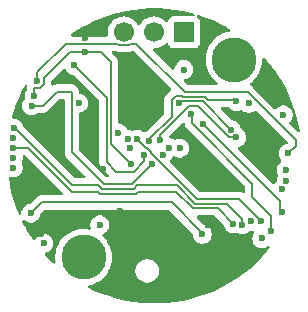
<source format=gbr>
%TF.GenerationSoftware,KiCad,Pcbnew,9.0.4*%
%TF.CreationDate,2025-10-05T00:11:34-04:00*%
%TF.ProjectId,bldc motor controller,626c6463-206d-46f7-946f-7220636f6e74,rev?*%
%TF.SameCoordinates,Original*%
%TF.FileFunction,Copper,L2,Inr*%
%TF.FilePolarity,Positive*%
%FSLAX46Y46*%
G04 Gerber Fmt 4.6, Leading zero omitted, Abs format (unit mm)*
G04 Created by KiCad (PCBNEW 9.0.4) date 2025-10-05 00:11:34*
%MOMM*%
%LPD*%
G01*
G04 APERTURE LIST*
%TA.AperFunction,ComponentPad*%
%ADD10C,1.700000*%
%TD*%
%TA.AperFunction,ComponentPad*%
%ADD11R,1.700000X1.700000*%
%TD*%
%TA.AperFunction,ComponentPad*%
%ADD12C,3.800000*%
%TD*%
%TA.AperFunction,ViaPad*%
%ADD13C,0.600000*%
%TD*%
%TA.AperFunction,Conductor*%
%ADD14C,0.200000*%
%TD*%
G04 APERTURE END LIST*
D10*
%TO.N,PHASE-C*%
%TO.C,U8*%
X139910000Y-77550000D03*
%TO.N,PHASE-B*%
X142450000Y-77550000D03*
D11*
%TO.N,PHASE-A*%
X144990000Y-77550000D03*
%TD*%
D12*
%TO.N,N/C*%
%TO.C,REF\u002A\u002A*%
X149250000Y-79850000D03*
%TD*%
%TO.N,N/C*%
%TO.C,REF\u002A\u002A*%
X136500000Y-96600000D03*
%TD*%
D13*
%TO.N,TI_AGND*%
X147052917Y-93897083D03*
X139550000Y-92650000D03*
%TO.N,SOB*%
X137874000Y-93851000D03*
%TO.N,TIM1_CH3N*%
X153412018Y-84537980D03*
%TO.N,TI_VREF*%
X145000062Y-80700062D03*
%TO.N,I-LIMIT*%
X135726910Y-80350000D03*
%TO.N,SCL1*%
X144550000Y-83500000D03*
%TO.N,TI_FAULT*%
X153818419Y-87800000D03*
%TO.N,CAN_RX*%
X144634828Y-87343799D03*
%TO.N,CAN_TX*%
X143770762Y-87328263D03*
%TO.N,SCL1*%
X149010487Y-85781545D03*
%TO.N,TIM1_CH1N*%
X149952231Y-93817943D03*
%TO.N,SOC*%
X150705514Y-93540000D03*
%TO.N,MOSI1*%
X149450000Y-86450000D03*
%TO.N,UART_TX*%
X153300000Y-92800000D03*
%TO.N,SOA*%
X153678553Y-90127028D03*
%TO.N,TI_VREF*%
X146552917Y-94650000D03*
%TO.N,SCK1*%
X151505374Y-93525002D03*
%TO.N,TI_AGND*%
X152150000Y-82850000D03*
%TO.N,UART_TX*%
X146634998Y-85334785D03*
%TO.N,UART_RX*%
X145640287Y-84443115D03*
X152373265Y-94355583D03*
%TO.N,NSS1*%
X151600000Y-95000000D03*
%TO.N,Reset*%
X153649369Y-89199928D03*
%TO.N,SOB*%
X153328641Y-90846446D03*
%TO.N,TIM1_CH2N*%
X149155514Y-93745514D03*
%TO.N,TI_AGND*%
X148715544Y-96357772D03*
X143037103Y-83361483D03*
%TO.N,+BATT*%
X136100000Y-83536217D03*
%TO.N,SOC*%
X133150000Y-95400000D03*
%TO.N,+BATT*%
X139450000Y-86089416D03*
%TO.N,I-LIMIT*%
X141624555Y-87926974D03*
%TO.N,TI_AVDD*%
X140550001Y-88702000D03*
%TO.N,TIM1_CH2*%
X140469778Y-87369221D03*
%TO.N,TI_VREF*%
X132049000Y-92850000D03*
%TO.N,TI_AGND*%
X132900000Y-94600000D03*
%TO.N,TIM1_CH3*%
X143200000Y-87900000D03*
%TO.N,TI_AVDD*%
X132325680Y-82924320D03*
%TO.N,TIM1_CH1*%
X142301000Y-88700000D03*
X132100000Y-83749750D03*
%TO.N,TI_AGND*%
X138156663Y-89114877D03*
%TO.N,TIM1_CH3N*%
X130549750Y-89000000D03*
%TO.N,TIM1_CH1N*%
X130599750Y-85650000D03*
%TO.N,TIM1_CH3*%
X130549750Y-88200000D03*
%TO.N,TIM1_CH2*%
X130549750Y-86500000D03*
%TO.N,SCK1*%
X141050000Y-86600000D03*
%TO.N,MISO1*%
X142050000Y-86725974D03*
%TO.N,MOSI1*%
X143000000Y-86700000D03*
%TO.N,TI_FAULT*%
X132560290Y-81654050D03*
%TO.N,TIM1_CH2N*%
X130549750Y-87350000D03*
%TO.N,NSS1*%
X140249997Y-86600000D03*
%TO.N,BOOT0*%
X150500000Y-83550000D03*
%TO.N,MISO1*%
X149450000Y-83400000D03*
%TO.N,TI_AGND*%
X136600000Y-78000000D03*
%TO.N,TI_AVDD*%
X136600000Y-79249000D03*
%TD*%
D14*
%TO.N,TI_FAULT*%
X154450000Y-87168419D02*
X154450000Y-86650057D01*
X153818419Y-87800000D02*
X154450000Y-87168419D01*
X154450000Y-86650057D02*
X150395744Y-82595801D01*
X150395744Y-82595801D02*
X145062844Y-82595801D01*
X145062844Y-82595801D02*
X140967043Y-78500000D01*
X140967043Y-78500000D02*
X140446339Y-78500000D01*
X140446339Y-78500000D02*
X140345339Y-78601000D01*
X139373661Y-78500000D02*
X135000000Y-78500000D01*
X132560290Y-80939710D02*
X132560290Y-81654050D01*
X140345339Y-78601000D02*
X139474661Y-78601000D01*
X135000000Y-78500000D02*
X132560290Y-80939710D01*
X139474661Y-78601000D02*
X139373661Y-78500000D01*
%TO.N,UART_TX*%
X153123707Y-92623707D02*
X153123707Y-91823494D01*
X153123707Y-91823494D02*
X146634998Y-85334785D01*
X153300000Y-92800000D02*
X153123707Y-92623707D01*
%TO.N,TI_AVDD*%
X132325680Y-82924320D02*
X132325680Y-82274320D01*
X132325680Y-82274320D02*
X132344950Y-82255050D01*
X138850000Y-80100000D02*
X138850000Y-87001999D01*
X132344950Y-82255050D02*
X132809233Y-82255050D01*
X132809233Y-82255050D02*
X133161290Y-81902993D01*
X133161290Y-81902993D02*
X133161290Y-81438710D01*
X133161290Y-81438710D02*
X135350000Y-79250000D01*
X135350000Y-79250000D02*
X138000000Y-79250000D01*
X138850000Y-87001999D02*
X140550001Y-88702000D01*
X138000000Y-79250000D02*
X138850000Y-80100000D01*
%TO.N,TI_VREF*%
X146552917Y-94650000D02*
X146552917Y-94552917D01*
X146552917Y-94552917D02*
X143950000Y-91950000D01*
X143950000Y-91950000D02*
X132949000Y-91950000D01*
X132949000Y-91950000D02*
X132049000Y-92850000D01*
%TO.N,UART_RX*%
X152373265Y-93095049D02*
X152373265Y-94355583D01*
X145640287Y-84443115D02*
X145675317Y-84478145D01*
X145675317Y-84478145D02*
X145675317Y-85225047D01*
X145675317Y-85225047D02*
X150806374Y-90356104D01*
X150806374Y-90356104D02*
X150806374Y-91528158D01*
X150806374Y-91528158D02*
X152373265Y-93095049D01*
%TO.N,TIM1_CH2N*%
X149155514Y-93745514D02*
X147862000Y-92452000D01*
X147862000Y-92452000D02*
X145768743Y-92452000D01*
X144366743Y-91050000D02*
X141085200Y-91050000D01*
X137715800Y-91050000D02*
X135509943Y-91050000D01*
X145768743Y-92452000D02*
X144366743Y-91050000D01*
X141085200Y-91050000D02*
X140933200Y-91202000D01*
X140933200Y-91202000D02*
X137867800Y-91202000D01*
X137867800Y-91202000D02*
X137715800Y-91050000D01*
X135509943Y-91050000D02*
X131809943Y-87350000D01*
X131809943Y-87350000D02*
X130549750Y-87350000D01*
%TO.N,TIM1_CH1N*%
X145934843Y-92051000D02*
X144383843Y-90500000D01*
X149952231Y-93352231D02*
X148651000Y-92051000D01*
X144383843Y-90500000D02*
X141068100Y-90500000D01*
X148651000Y-92051000D02*
X145934843Y-92051000D01*
X149952231Y-93817943D02*
X149952231Y-93352231D01*
X141068100Y-90500000D02*
X140767100Y-90801000D01*
X130677043Y-85650000D02*
X130599750Y-85650000D01*
X140767100Y-90801000D02*
X138033900Y-90801000D01*
X138033900Y-90801000D02*
X137732900Y-90500000D01*
X137732900Y-90500000D02*
X135527043Y-90500000D01*
X135527043Y-90500000D02*
X130677043Y-85650000D01*
%TO.N,I-LIMIT*%
X141624555Y-87926974D02*
X141624555Y-88477389D01*
X141624555Y-88477389D02*
X140738124Y-89363820D01*
X140738124Y-89363820D02*
X139255549Y-89363820D01*
X139255549Y-89363820D02*
X138449000Y-88557271D01*
X138449000Y-88557271D02*
X138449000Y-83072090D01*
X138449000Y-83072090D02*
X135726910Y-80350000D01*
%TO.N,TIM1_CH1*%
X132100000Y-83749750D02*
X133050250Y-83749750D01*
X133050250Y-83749750D02*
X134238834Y-82561166D01*
X135500000Y-82561166D02*
X135500000Y-87700000D01*
X134238834Y-82561166D02*
X135500000Y-82561166D01*
X135500000Y-87700000D02*
X138200000Y-90400000D01*
X138200000Y-90400000D02*
X140601000Y-90400000D01*
X140601000Y-90400000D02*
X142301000Y-88700000D01*
%TO.N,SCK1*%
X141873498Y-87325974D02*
X142250000Y-87702476D01*
X142250000Y-87702476D02*
X142250000Y-87799057D01*
X146100943Y-91650000D02*
X149665457Y-91650000D01*
X151505374Y-93489917D02*
X151505374Y-93525002D01*
X141775974Y-87325974D02*
X141873498Y-87325974D01*
X142250000Y-87799057D02*
X146100943Y-91650000D01*
X141050000Y-86600000D02*
X141775974Y-87325974D01*
X149665457Y-91650000D02*
X151505374Y-93489917D01*
%TO.N,MISO1*%
X149450000Y-83400000D02*
X149300000Y-83250000D01*
X144301057Y-82899000D02*
X143949000Y-83251057D01*
X144896744Y-82996801D02*
X144798943Y-82899000D01*
X149300000Y-83250000D02*
X147046042Y-83250000D01*
X144798943Y-82899000D02*
X144301057Y-82899000D01*
X147046042Y-83250000D02*
X146792843Y-82996801D01*
X146792843Y-82996801D02*
X144896744Y-82996801D01*
X143949000Y-84701000D02*
X142050000Y-86600000D01*
X143949000Y-83251057D02*
X143949000Y-84701000D01*
X142050000Y-86600000D02*
X142050000Y-86725974D01*
%TO.N,MOSI1*%
X149450000Y-86450000D02*
X148828999Y-86450000D01*
X143000000Y-86225175D02*
X143000000Y-86700000D01*
X148828999Y-86450000D02*
X146177800Y-83798801D01*
X146177800Y-83798801D02*
X145426374Y-83798801D01*
X145426374Y-83798801D02*
X143000000Y-86225175D01*
%TO.N,SCL1*%
X144550000Y-83500000D02*
X144652199Y-83397801D01*
X144652199Y-83397801D02*
X146626743Y-83397801D01*
X146626743Y-83397801D02*
X149010487Y-85781545D01*
%TD*%
%TA.AperFunction,Conductor*%
%TO.N,TI_AGND*%
G36*
X143716942Y-92570185D02*
G01*
X143737584Y-92586819D01*
X145716098Y-94565333D01*
X145749583Y-94626656D01*
X145752417Y-94653014D01*
X145752417Y-94728846D01*
X145783178Y-94883489D01*
X145783181Y-94883501D01*
X145843519Y-95029172D01*
X145843526Y-95029185D01*
X145931127Y-95160288D01*
X145931130Y-95160292D01*
X146042624Y-95271786D01*
X146042628Y-95271789D01*
X146173731Y-95359390D01*
X146173744Y-95359397D01*
X146319415Y-95419735D01*
X146319420Y-95419737D01*
X146406232Y-95437005D01*
X146474070Y-95450499D01*
X146474073Y-95450500D01*
X146474075Y-95450500D01*
X146631761Y-95450500D01*
X146631762Y-95450499D01*
X146786414Y-95419737D01*
X146932096Y-95359394D01*
X147063206Y-95271789D01*
X147174706Y-95160289D01*
X147262311Y-95029179D01*
X147265771Y-95020827D01*
X147320080Y-94889711D01*
X147322654Y-94883497D01*
X147353417Y-94728842D01*
X147353417Y-94571158D01*
X147353417Y-94571155D01*
X147353416Y-94571153D01*
X147351275Y-94560390D01*
X147322654Y-94416503D01*
X147302274Y-94367300D01*
X147262314Y-94270827D01*
X147262307Y-94270814D01*
X147174706Y-94139711D01*
X147174703Y-94139707D01*
X147063209Y-94028213D01*
X147063205Y-94028210D01*
X146932102Y-93940609D01*
X146932089Y-93940602D01*
X146786416Y-93880263D01*
X146786408Y-93880261D01*
X146752257Y-93873468D01*
X146690346Y-93841083D01*
X146688768Y-93839532D01*
X146113417Y-93264181D01*
X146079932Y-93202858D01*
X146084916Y-93133166D01*
X146126788Y-93077233D01*
X146192252Y-93052816D01*
X146201098Y-93052500D01*
X147561903Y-93052500D01*
X147628942Y-93072185D01*
X147649584Y-93088819D01*
X148320939Y-93760174D01*
X148354424Y-93821497D01*
X148354875Y-93823663D01*
X148385775Y-93979005D01*
X148385778Y-93979015D01*
X148446116Y-94124686D01*
X148446123Y-94124699D01*
X148533724Y-94255802D01*
X148533727Y-94255806D01*
X148645221Y-94367300D01*
X148645225Y-94367303D01*
X148776328Y-94454904D01*
X148776341Y-94454911D01*
X148920293Y-94514537D01*
X148922017Y-94515251D01*
X149076667Y-94546013D01*
X149076670Y-94546014D01*
X149076672Y-94546014D01*
X149234358Y-94546014D01*
X149234359Y-94546013D01*
X149389011Y-94515251D01*
X149430221Y-94498180D01*
X149499688Y-94490711D01*
X149546566Y-94509640D01*
X149573043Y-94527332D01*
X149573058Y-94527340D01*
X149678846Y-94571158D01*
X149718734Y-94587680D01*
X149810518Y-94605937D01*
X149873384Y-94618442D01*
X149873387Y-94618443D01*
X149873389Y-94618443D01*
X150031075Y-94618443D01*
X150031076Y-94618442D01*
X150185728Y-94587680D01*
X150331410Y-94527337D01*
X150462520Y-94439732D01*
X150526104Y-94376147D01*
X150587424Y-94342664D01*
X150608278Y-94339952D01*
X150621061Y-94339383D01*
X150626672Y-94340500D01*
X150784356Y-94340500D01*
X150838556Y-94329718D01*
X150847982Y-94329300D01*
X150873113Y-94335481D01*
X150898886Y-94337788D01*
X150906484Y-94343690D01*
X150915829Y-94345989D01*
X150933626Y-94364774D01*
X150954064Y-94380650D01*
X150957265Y-94389725D01*
X150963883Y-94396710D01*
X150968698Y-94422130D01*
X150977309Y-94446540D01*
X150975096Y-94455904D01*
X150976887Y-94465359D01*
X150967193Y-94489349D01*
X150961242Y-94514537D01*
X150956589Y-94522069D01*
X150890609Y-94620814D01*
X150890602Y-94620827D01*
X150830264Y-94766498D01*
X150830261Y-94766510D01*
X150799500Y-94921153D01*
X150799500Y-95078846D01*
X150830261Y-95233489D01*
X150830264Y-95233501D01*
X150890602Y-95379172D01*
X150890609Y-95379185D01*
X150978210Y-95510288D01*
X150978213Y-95510292D01*
X151089707Y-95621786D01*
X151089711Y-95621789D01*
X151220814Y-95709390D01*
X151220827Y-95709397D01*
X151354263Y-95764667D01*
X151366503Y-95769737D01*
X151521153Y-95800499D01*
X151521156Y-95800500D01*
X151521158Y-95800500D01*
X151678844Y-95800500D01*
X151678845Y-95800499D01*
X151833497Y-95769737D01*
X151979179Y-95709394D01*
X152073887Y-95646112D01*
X152140562Y-95625235D01*
X152207942Y-95643719D01*
X152254633Y-95695698D01*
X152265809Y-95764667D01*
X152239723Y-95826528D01*
X152052256Y-96061604D01*
X152047769Y-96066918D01*
X151585201Y-96584532D01*
X151580422Y-96589586D01*
X151089586Y-97080422D01*
X151084532Y-97085201D01*
X150566918Y-97547769D01*
X150561604Y-97552256D01*
X150018885Y-97985061D01*
X150013327Y-97989244D01*
X149447186Y-98390941D01*
X149441403Y-98394805D01*
X148853633Y-98764125D01*
X148847642Y-98767659D01*
X148240086Y-99103444D01*
X148233907Y-99106636D01*
X147608483Y-99407824D01*
X147602134Y-99410665D01*
X146960814Y-99676309D01*
X146954316Y-99678790D01*
X146299087Y-99908065D01*
X146292460Y-99910177D01*
X145625418Y-100102348D01*
X145618683Y-100104085D01*
X144941923Y-100258551D01*
X144935101Y-100259908D01*
X144250733Y-100376187D01*
X144243845Y-100377159D01*
X143554052Y-100454879D01*
X143547122Y-100455464D01*
X142854036Y-100494388D01*
X142847083Y-100494583D01*
X142152917Y-100494583D01*
X142145964Y-100494388D01*
X141452877Y-100455464D01*
X141445947Y-100454879D01*
X140756154Y-100377159D01*
X140749266Y-100376187D01*
X140064898Y-100259908D01*
X140058076Y-100258551D01*
X139381316Y-100104085D01*
X139374581Y-100102348D01*
X138707539Y-99910177D01*
X138700912Y-99908065D01*
X138045683Y-99678790D01*
X138039185Y-99676309D01*
X137397865Y-99410665D01*
X137391517Y-99407824D01*
X136937252Y-99189062D01*
X136885392Y-99142240D01*
X136867079Y-99074813D01*
X136888127Y-99008189D01*
X136941853Y-98963520D01*
X136963458Y-98956451D01*
X137165591Y-98910316D01*
X137420079Y-98821267D01*
X137662997Y-98704284D01*
X137891289Y-98560838D01*
X138102085Y-98392734D01*
X138292734Y-98202085D01*
X138460838Y-97991289D01*
X138550532Y-97848543D01*
X140899499Y-97848543D01*
X140937947Y-98041829D01*
X140937950Y-98041839D01*
X141013364Y-98223907D01*
X141013371Y-98223920D01*
X141122860Y-98387781D01*
X141122863Y-98387785D01*
X141262214Y-98527136D01*
X141262218Y-98527139D01*
X141426079Y-98636628D01*
X141426092Y-98636635D01*
X141589416Y-98704285D01*
X141608165Y-98712051D01*
X141608169Y-98712051D01*
X141608170Y-98712052D01*
X141801456Y-98750500D01*
X141801459Y-98750500D01*
X141998543Y-98750500D01*
X142128582Y-98724632D01*
X142191835Y-98712051D01*
X142373914Y-98636632D01*
X142537782Y-98527139D01*
X142677139Y-98387782D01*
X142786632Y-98223914D01*
X142862051Y-98041835D01*
X142900500Y-97848541D01*
X142900500Y-97651459D01*
X142900500Y-97651456D01*
X142862052Y-97458170D01*
X142862051Y-97458169D01*
X142862051Y-97458165D01*
X142795012Y-97296317D01*
X142786635Y-97276092D01*
X142786628Y-97276079D01*
X142677139Y-97112218D01*
X142677136Y-97112214D01*
X142537785Y-96972863D01*
X142537781Y-96972860D01*
X142373920Y-96863371D01*
X142373907Y-96863364D01*
X142191839Y-96787950D01*
X142191829Y-96787947D01*
X141998543Y-96749500D01*
X141998541Y-96749500D01*
X141801459Y-96749500D01*
X141801457Y-96749500D01*
X141608170Y-96787947D01*
X141608160Y-96787950D01*
X141426092Y-96863364D01*
X141426079Y-96863371D01*
X141262218Y-96972860D01*
X141262214Y-96972863D01*
X141122863Y-97112214D01*
X141122860Y-97112218D01*
X141013371Y-97276079D01*
X141013364Y-97276092D01*
X140937950Y-97458160D01*
X140937947Y-97458170D01*
X140899500Y-97651456D01*
X140899500Y-97651459D01*
X140899500Y-97848541D01*
X140899500Y-97848543D01*
X140899499Y-97848543D01*
X138550532Y-97848543D01*
X138604284Y-97762997D01*
X138721267Y-97520079D01*
X138810316Y-97265591D01*
X138870312Y-97002732D01*
X138900500Y-96734809D01*
X138900500Y-96465191D01*
X138870312Y-96197268D01*
X138810316Y-95934409D01*
X138721267Y-95679921D01*
X138604284Y-95437003D01*
X138460838Y-95208711D01*
X138292734Y-94997915D01*
X138102998Y-94808179D01*
X138069513Y-94746856D01*
X138074497Y-94677164D01*
X138116369Y-94621231D01*
X138143225Y-94605937D01*
X138187309Y-94587678D01*
X138253173Y-94560397D01*
X138253176Y-94560395D01*
X138253179Y-94560394D01*
X138384289Y-94472789D01*
X138495789Y-94361289D01*
X138583394Y-94230179D01*
X138643737Y-94084497D01*
X138674500Y-93929842D01*
X138674500Y-93772158D01*
X138674500Y-93772155D01*
X138674499Y-93772153D01*
X138660173Y-93700134D01*
X138643737Y-93617503D01*
X138636694Y-93600500D01*
X138583397Y-93471827D01*
X138583390Y-93471814D01*
X138495789Y-93340711D01*
X138495786Y-93340707D01*
X138384292Y-93229213D01*
X138384288Y-93229210D01*
X138253185Y-93141609D01*
X138253172Y-93141602D01*
X138107501Y-93081264D01*
X138107489Y-93081261D01*
X137952845Y-93050500D01*
X137952842Y-93050500D01*
X137795158Y-93050500D01*
X137795155Y-93050500D01*
X137640510Y-93081261D01*
X137640498Y-93081264D01*
X137494827Y-93141602D01*
X137494814Y-93141609D01*
X137363711Y-93229210D01*
X137363707Y-93229213D01*
X137252213Y-93340707D01*
X137252210Y-93340711D01*
X137164609Y-93471814D01*
X137164602Y-93471827D01*
X137104264Y-93617498D01*
X137104261Y-93617510D01*
X137073500Y-93772153D01*
X137073500Y-93929846D01*
X137104262Y-94084498D01*
X137104565Y-94085495D01*
X137104569Y-94086042D01*
X137105451Y-94090472D01*
X137104610Y-94090639D01*
X137105184Y-94155362D01*
X137067931Y-94214472D01*
X137004635Y-94244059D01*
X136958310Y-94242373D01*
X136902735Y-94229688D01*
X136902719Y-94229686D01*
X136634813Y-94199500D01*
X136634809Y-94199500D01*
X136365191Y-94199500D01*
X136365186Y-94199500D01*
X136097280Y-94229686D01*
X136097268Y-94229688D01*
X135834405Y-94289684D01*
X135834397Y-94289687D01*
X135579917Y-94378734D01*
X135337005Y-94495714D01*
X135108712Y-94639161D01*
X134897915Y-94807265D01*
X134707265Y-94997915D01*
X134539161Y-95208712D01*
X134395714Y-95437005D01*
X134278734Y-95679917D01*
X134189687Y-95934397D01*
X134189684Y-95934405D01*
X134129688Y-96197268D01*
X134129686Y-96197280D01*
X134099500Y-96465186D01*
X134099500Y-96734815D01*
X134127633Y-96984505D01*
X134123232Y-97009628D01*
X134122842Y-97035139D01*
X134117304Y-97043473D01*
X134115578Y-97053327D01*
X134098292Y-97072084D01*
X134084173Y-97093332D01*
X134075009Y-97097348D01*
X134068229Y-97104706D01*
X134043541Y-97111141D01*
X134020180Y-97121381D01*
X134010301Y-97119806D01*
X134000619Y-97122330D01*
X133976372Y-97114397D01*
X133951182Y-97110381D01*
X133938652Y-97102055D01*
X133934213Y-97100603D01*
X133921786Y-97090848D01*
X133915467Y-97085201D01*
X133910413Y-97080422D01*
X133419577Y-96589586D01*
X133414798Y-96584532D01*
X133240009Y-96388943D01*
X133210015Y-96325839D01*
X133218900Y-96256536D01*
X133263841Y-96203038D01*
X133308274Y-96184699D01*
X133383497Y-96169737D01*
X133529179Y-96109394D01*
X133660289Y-96021789D01*
X133771789Y-95910289D01*
X133859394Y-95779179D01*
X133919737Y-95633497D01*
X133950500Y-95478842D01*
X133950500Y-95321158D01*
X133950500Y-95321155D01*
X133950499Y-95321153D01*
X133928133Y-95208712D01*
X133919737Y-95166503D01*
X133897148Y-95111968D01*
X133859397Y-95020827D01*
X133859390Y-95020814D01*
X133771789Y-94889711D01*
X133771786Y-94889707D01*
X133660292Y-94778213D01*
X133660288Y-94778210D01*
X133529185Y-94690609D01*
X133529172Y-94690602D01*
X133383501Y-94630264D01*
X133383489Y-94630261D01*
X133228845Y-94599500D01*
X133228842Y-94599500D01*
X133071158Y-94599500D01*
X133071155Y-94599500D01*
X132916510Y-94630261D01*
X132916498Y-94630264D01*
X132770827Y-94690602D01*
X132770814Y-94690609D01*
X132639711Y-94778210D01*
X132639707Y-94778213D01*
X132528213Y-94889707D01*
X132528210Y-94889711D01*
X132440609Y-95020814D01*
X132440604Y-95020824D01*
X132423515Y-95062081D01*
X132418234Y-95068634D01*
X132416236Y-95076810D01*
X132396636Y-95095434D01*
X132379673Y-95116485D01*
X132371687Y-95119142D01*
X132365587Y-95124940D01*
X132339032Y-95130011D01*
X132313379Y-95138549D01*
X132305223Y-95136467D01*
X132296957Y-95138046D01*
X132271875Y-95127955D01*
X132245680Y-95121269D01*
X132238260Y-95114431D01*
X132232137Y-95111968D01*
X132207825Y-95086383D01*
X132109059Y-94947186D01*
X132105194Y-94941403D01*
X131735874Y-94353633D01*
X131732340Y-94347642D01*
X131507379Y-93940606D01*
X131396551Y-93740078D01*
X131393363Y-93733906D01*
X131331515Y-93605477D01*
X131320163Y-93536536D01*
X131347885Y-93472402D01*
X131405881Y-93433436D01*
X131475736Y-93432011D01*
X131530916Y-93463995D01*
X131538707Y-93471786D01*
X131538711Y-93471789D01*
X131669814Y-93559390D01*
X131669827Y-93559397D01*
X131815498Y-93619735D01*
X131815503Y-93619737D01*
X131970153Y-93650499D01*
X131970156Y-93650500D01*
X131970158Y-93650500D01*
X132127844Y-93650500D01*
X132127845Y-93650499D01*
X132282497Y-93619737D01*
X132428179Y-93559394D01*
X132559289Y-93471789D01*
X132670789Y-93360289D01*
X132758394Y-93229179D01*
X132818737Y-93083497D01*
X132849500Y-92928842D01*
X132849638Y-92928150D01*
X132882023Y-92866239D01*
X132883518Y-92864716D01*
X133161416Y-92586819D01*
X133222739Y-92553334D01*
X133249097Y-92550500D01*
X143649903Y-92550500D01*
X143716942Y-92570185D01*
G37*
%TD.AperFunction*%
%TA.AperFunction,Conductor*%
G36*
X131576885Y-87970185D02*
G01*
X131597527Y-87986819D01*
X134748527Y-91137819D01*
X134782012Y-91199142D01*
X134777028Y-91268834D01*
X134735156Y-91324767D01*
X134669692Y-91349184D01*
X134660846Y-91349500D01*
X132869942Y-91349500D01*
X132717214Y-91390423D01*
X132698030Y-91401500D01*
X132698027Y-91401501D01*
X132580290Y-91469475D01*
X132580282Y-91469481D01*
X132034339Y-92015425D01*
X131973016Y-92048910D01*
X131970850Y-92049361D01*
X131815508Y-92080261D01*
X131815498Y-92080264D01*
X131669827Y-92140602D01*
X131669814Y-92140609D01*
X131538711Y-92228210D01*
X131538707Y-92228213D01*
X131427213Y-92339707D01*
X131427210Y-92339711D01*
X131339609Y-92470814D01*
X131339602Y-92470827D01*
X131279264Y-92616498D01*
X131279261Y-92616510D01*
X131248500Y-92771153D01*
X131248500Y-92863004D01*
X131228815Y-92930043D01*
X131176011Y-92975798D01*
X131106853Y-92985742D01*
X131043297Y-92956717D01*
X131009939Y-92910457D01*
X130823690Y-92460814D01*
X130821209Y-92454316D01*
X130800718Y-92395755D01*
X130591926Y-91799063D01*
X130589829Y-91792484D01*
X130397647Y-91125405D01*
X130395914Y-91118683D01*
X130391764Y-91100502D01*
X130241446Y-90441916D01*
X130240091Y-90435101D01*
X130233560Y-90396665D01*
X130150299Y-89906620D01*
X130158476Y-89837230D01*
X130202870Y-89783277D01*
X130269385Y-89761889D01*
X130309980Y-89769436D01*
X130310426Y-89767969D01*
X130316242Y-89769732D01*
X130316253Y-89769737D01*
X130440629Y-89794477D01*
X130470903Y-89800499D01*
X130470906Y-89800500D01*
X130470908Y-89800500D01*
X130628594Y-89800500D01*
X130628595Y-89800499D01*
X130783247Y-89769737D01*
X130928929Y-89709394D01*
X131060039Y-89621789D01*
X131171539Y-89510289D01*
X131259144Y-89379179D01*
X131319487Y-89233497D01*
X131350250Y-89078842D01*
X131350250Y-88921158D01*
X131350250Y-88921155D01*
X131350249Y-88921153D01*
X131319488Y-88766510D01*
X131319487Y-88766503D01*
X131287649Y-88689639D01*
X131270175Y-88647452D01*
X131262706Y-88577983D01*
X131270175Y-88552548D01*
X131300966Y-88478210D01*
X131319487Y-88433497D01*
X131350250Y-88278842D01*
X131350250Y-88121158D01*
X131348734Y-88113536D01*
X131345781Y-88098690D01*
X131347659Y-88077705D01*
X131344661Y-88056853D01*
X131350711Y-88043603D01*
X131352010Y-88029099D01*
X131364933Y-88012463D01*
X131373686Y-87993297D01*
X131385939Y-87985422D01*
X131394873Y-87973922D01*
X131414739Y-87966913D01*
X131432464Y-87955523D01*
X131457049Y-87951988D01*
X131460763Y-87950678D01*
X131467399Y-87950500D01*
X131509846Y-87950500D01*
X131576885Y-87970185D01*
G37*
%TD.AperFunction*%
%TA.AperFunction,Conductor*%
G36*
X148789021Y-83870185D02*
G01*
X148825086Y-83905612D01*
X148828211Y-83910290D01*
X148939707Y-84021786D01*
X148939711Y-84021789D01*
X149070814Y-84109390D01*
X149070827Y-84109397D01*
X149216498Y-84169735D01*
X149216503Y-84169737D01*
X149362627Y-84198803D01*
X149371153Y-84200499D01*
X149371156Y-84200500D01*
X149371158Y-84200500D01*
X149528844Y-84200500D01*
X149528845Y-84200499D01*
X149683497Y-84169737D01*
X149822026Y-84112356D01*
X149891494Y-84104888D01*
X149953973Y-84136163D01*
X149957158Y-84139237D01*
X149989707Y-84171786D01*
X149989711Y-84171789D01*
X150120814Y-84259390D01*
X150120827Y-84259397D01*
X150243003Y-84310003D01*
X150266503Y-84319737D01*
X150419901Y-84350250D01*
X150421153Y-84350499D01*
X150421156Y-84350500D01*
X150421158Y-84350500D01*
X150578844Y-84350500D01*
X150578845Y-84350499D01*
X150733497Y-84319737D01*
X150879179Y-84259394D01*
X150961793Y-84204193D01*
X150992939Y-84183382D01*
X151059616Y-84162504D01*
X151126996Y-84180988D01*
X151149511Y-84198803D01*
X153751222Y-86800514D01*
X153784707Y-86861837D01*
X153779723Y-86931529D01*
X153737851Y-86987462D01*
X153687733Y-87009812D01*
X153584927Y-87030261D01*
X153584917Y-87030264D01*
X153439246Y-87090602D01*
X153439233Y-87090609D01*
X153308130Y-87178210D01*
X153308126Y-87178213D01*
X153196632Y-87289707D01*
X153196629Y-87289711D01*
X153109028Y-87420814D01*
X153109021Y-87420827D01*
X153048683Y-87566498D01*
X153048680Y-87566510D01*
X153017919Y-87721153D01*
X153017919Y-87878846D01*
X153048680Y-88033489D01*
X153048683Y-88033501D01*
X153109021Y-88179172D01*
X153109028Y-88179185D01*
X153196629Y-88310288D01*
X153196632Y-88310292D01*
X153227302Y-88340962D01*
X153260787Y-88402285D01*
X153255803Y-88471977D01*
X153213931Y-88527910D01*
X153208512Y-88531745D01*
X153139080Y-88578138D01*
X153139076Y-88578141D01*
X153027582Y-88689635D01*
X153027579Y-88689639D01*
X152939978Y-88820742D01*
X152939971Y-88820755D01*
X152879633Y-88966426D01*
X152879630Y-88966438D01*
X152848869Y-89121081D01*
X152848869Y-89278774D01*
X152879630Y-89433417D01*
X152879633Y-89433429D01*
X152939971Y-89579099D01*
X152939977Y-89579110D01*
X152965007Y-89616570D01*
X152985884Y-89683247D01*
X152971266Y-89743906D01*
X152969159Y-89747848D01*
X152908817Y-89893526D01*
X152908814Y-89893538D01*
X152878053Y-90048181D01*
X152878053Y-90118486D01*
X152858368Y-90185525D01*
X152841959Y-90205942D01*
X152833230Y-90214715D01*
X152818352Y-90224657D01*
X152706852Y-90336157D01*
X152695484Y-90353169D01*
X152686979Y-90361719D01*
X152666492Y-90372973D01*
X152648554Y-90387963D01*
X152636440Y-90389483D01*
X152625742Y-90395361D01*
X152602422Y-90393753D01*
X152579228Y-90396665D01*
X152568216Y-90391395D01*
X152556038Y-90390556D01*
X152537288Y-90376595D01*
X152516203Y-90366505D01*
X152511392Y-90361944D01*
X149585372Y-87435924D01*
X149551887Y-87374601D01*
X149556871Y-87304909D01*
X149598743Y-87248976D01*
X149648860Y-87226626D01*
X149683497Y-87219737D01*
X149829179Y-87159394D01*
X149960289Y-87071789D01*
X150071789Y-86960289D01*
X150159394Y-86829179D01*
X150219737Y-86683497D01*
X150250500Y-86528842D01*
X150250500Y-86371158D01*
X150250500Y-86371155D01*
X150250499Y-86371153D01*
X150235683Y-86296669D01*
X150219737Y-86216503D01*
X150200283Y-86169537D01*
X150159397Y-86070827D01*
X150159390Y-86070814D01*
X150071789Y-85939711D01*
X150071786Y-85939707D01*
X149960289Y-85828210D01*
X149859599Y-85760932D01*
X149814794Y-85707320D01*
X149806873Y-85682021D01*
X149780224Y-85548048D01*
X149752592Y-85481337D01*
X149719884Y-85402372D01*
X149719877Y-85402359D01*
X149632276Y-85271256D01*
X149632273Y-85271252D01*
X149520779Y-85159758D01*
X149520775Y-85159755D01*
X149389672Y-85072154D01*
X149389659Y-85072147D01*
X149243988Y-85011809D01*
X149243978Y-85011806D01*
X149088636Y-84980906D01*
X149026725Y-84948521D01*
X149025147Y-84946970D01*
X148140358Y-84062181D01*
X148106873Y-84000858D01*
X148111857Y-83931166D01*
X148153729Y-83875233D01*
X148219193Y-83850816D01*
X148228039Y-83850500D01*
X148721982Y-83850500D01*
X148789021Y-83870185D01*
G37*
%TD.AperFunction*%
%TA.AperFunction,Conductor*%
G36*
X151855703Y-79719669D02*
G01*
X151866954Y-79730749D01*
X152045304Y-79930323D01*
X152047769Y-79933081D01*
X152052251Y-79938389D01*
X152485069Y-80481125D01*
X152489235Y-80486661D01*
X152789044Y-80909202D01*
X152890941Y-81052813D01*
X152894805Y-81058596D01*
X153264125Y-81646366D01*
X153267659Y-81652357D01*
X153603444Y-82259913D01*
X153606636Y-82266092D01*
X153907824Y-82891516D01*
X153910665Y-82897865D01*
X154176309Y-83539185D01*
X154178790Y-83545683D01*
X154338063Y-84000858D01*
X154393051Y-84158006D01*
X154408065Y-84200912D01*
X154410176Y-84207539D01*
X154410178Y-84207544D01*
X154412434Y-84215376D01*
X154412342Y-84233268D01*
X154416101Y-84237164D01*
X154425380Y-84260311D01*
X154602348Y-84874581D01*
X154604085Y-84881316D01*
X154758551Y-85558076D01*
X154759908Y-85564898D01*
X154806464Y-85838905D01*
X154798287Y-85908295D01*
X154753894Y-85962248D01*
X154687378Y-85983636D01*
X154619858Y-85965667D01*
X154596535Y-85947357D01*
X153953308Y-85304130D01*
X153919823Y-85242807D01*
X153924807Y-85173115D01*
X153953306Y-85128769D01*
X154033807Y-85048269D01*
X154121412Y-84917159D01*
X154181755Y-84771477D01*
X154212518Y-84616822D01*
X154212518Y-84459138D01*
X154212518Y-84459135D01*
X154184609Y-84318831D01*
X154185398Y-84310003D01*
X154178718Y-84297151D01*
X154121415Y-84158807D01*
X154121408Y-84158794D01*
X154033807Y-84027691D01*
X154033804Y-84027687D01*
X153922310Y-83916193D01*
X153922306Y-83916190D01*
X153791203Y-83828589D01*
X153791190Y-83828582D01*
X153645519Y-83768244D01*
X153645507Y-83768241D01*
X153490863Y-83737480D01*
X153490860Y-83737480D01*
X153333176Y-83737480D01*
X153333173Y-83737480D01*
X153178528Y-83768241D01*
X153178516Y-83768244D01*
X153032845Y-83828582D01*
X153032832Y-83828589D01*
X152901729Y-83916190D01*
X152821229Y-83996690D01*
X152759905Y-84030174D01*
X152690214Y-84025190D01*
X152645867Y-83996689D01*
X150883334Y-82234156D01*
X150883332Y-82234153D01*
X150764461Y-82115282D01*
X150764460Y-82115281D01*
X150677648Y-82065161D01*
X150677648Y-82065160D01*
X150677644Y-82065159D01*
X150638460Y-82042535D01*
X150625981Y-82035330D01*
X150577766Y-81984762D01*
X150564545Y-81916155D01*
X150590514Y-81851290D01*
X150622012Y-81822950D01*
X150641289Y-81810838D01*
X150852085Y-81642734D01*
X151042734Y-81452085D01*
X151210838Y-81241289D01*
X151354284Y-81012997D01*
X151471267Y-80770079D01*
X151560316Y-80515591D01*
X151620312Y-80252732D01*
X151650500Y-79984809D01*
X151650500Y-79813382D01*
X151670185Y-79746343D01*
X151722989Y-79700588D01*
X151792147Y-79690644D01*
X151855703Y-79719669D01*
G37*
%TD.AperFunction*%
%TA.AperFunction,Conductor*%
G36*
X146240480Y-76074848D02*
G01*
X146277576Y-76085534D01*
X146292463Y-76089823D01*
X146299063Y-76091926D01*
X146889257Y-76298444D01*
X146954316Y-76321209D01*
X146960813Y-76323689D01*
X147602142Y-76589338D01*
X147608475Y-76592171D01*
X148233915Y-76893367D01*
X148240078Y-76896551D01*
X148454730Y-77015184D01*
X148847642Y-77232340D01*
X148853632Y-77235873D01*
X148883093Y-77254385D01*
X148929384Y-77306718D01*
X148940034Y-77375772D01*
X148911659Y-77439620D01*
X148853270Y-77477993D01*
X148844715Y-77480270D01*
X148584406Y-77539684D01*
X148584397Y-77539687D01*
X148329917Y-77628734D01*
X148087005Y-77745714D01*
X147858712Y-77889161D01*
X147647915Y-78057265D01*
X147457265Y-78247915D01*
X147289161Y-78458712D01*
X147145714Y-78687005D01*
X147028734Y-78929917D01*
X146939687Y-79184397D01*
X146939684Y-79184405D01*
X146879688Y-79447268D01*
X146879686Y-79447280D01*
X146849500Y-79715186D01*
X146849500Y-79984813D01*
X146879686Y-80252719D01*
X146879687Y-80252728D01*
X146879688Y-80252732D01*
X146884915Y-80275632D01*
X146939684Y-80515594D01*
X146939687Y-80515602D01*
X147028734Y-80770082D01*
X147145714Y-81012994D01*
X147145716Y-81012997D01*
X147289162Y-81241289D01*
X147353406Y-81321848D01*
X147457265Y-81452084D01*
X147647921Y-81642740D01*
X147812961Y-81774354D01*
X147853102Y-81831542D01*
X147855952Y-81901354D01*
X147820607Y-81961624D01*
X147758288Y-81993217D01*
X147735649Y-81995301D01*
X145362941Y-81995301D01*
X145295902Y-81975616D01*
X145275260Y-81958982D01*
X145024359Y-81708081D01*
X144990874Y-81646758D01*
X144995858Y-81577066D01*
X145037730Y-81521133D01*
X145087849Y-81498783D01*
X145135026Y-81489398D01*
X145233559Y-81469799D01*
X145379241Y-81409456D01*
X145510351Y-81321851D01*
X145621851Y-81210351D01*
X145709456Y-81079241D01*
X145717679Y-81059390D01*
X145769797Y-80933563D01*
X145769799Y-80933559D01*
X145800562Y-80778904D01*
X145800562Y-80621220D01*
X145800562Y-80621217D01*
X145800561Y-80621215D01*
X145779553Y-80515602D01*
X145769799Y-80466565D01*
X145769797Y-80466560D01*
X145709459Y-80320889D01*
X145709452Y-80320876D01*
X145621851Y-80189773D01*
X145621848Y-80189769D01*
X145510354Y-80078275D01*
X145510350Y-80078272D01*
X145379247Y-79990671D01*
X145379234Y-79990664D01*
X145233563Y-79930326D01*
X145233551Y-79930323D01*
X145078907Y-79899562D01*
X145078904Y-79899562D01*
X144921220Y-79899562D01*
X144921217Y-79899562D01*
X144766572Y-79930323D01*
X144766560Y-79930326D01*
X144620889Y-79990664D01*
X144620876Y-79990671D01*
X144489773Y-80078272D01*
X144489769Y-80078275D01*
X144378275Y-80189769D01*
X144378272Y-80189773D01*
X144290671Y-80320876D01*
X144290664Y-80320889D01*
X144230326Y-80466560D01*
X144230323Y-80466570D01*
X144201340Y-80612275D01*
X144168955Y-80674186D01*
X144108239Y-80708760D01*
X144038469Y-80705019D01*
X143992042Y-80675764D01*
X142428459Y-79112181D01*
X142394974Y-79050858D01*
X142399958Y-78981166D01*
X142441830Y-78925233D01*
X142507294Y-78900816D01*
X142516140Y-78900500D01*
X142556286Y-78900500D01*
X142556287Y-78900500D01*
X142766243Y-78867246D01*
X142968412Y-78801557D01*
X143157816Y-78705051D01*
X143329792Y-78580104D01*
X143443329Y-78466566D01*
X143504648Y-78433084D01*
X143574340Y-78438068D01*
X143630274Y-78479939D01*
X143647189Y-78510917D01*
X143696202Y-78642328D01*
X143696206Y-78642335D01*
X143782452Y-78757544D01*
X143782455Y-78757547D01*
X143897664Y-78843793D01*
X143897671Y-78843797D01*
X144032517Y-78894091D01*
X144032516Y-78894091D01*
X144039444Y-78894835D01*
X144092127Y-78900500D01*
X145887872Y-78900499D01*
X145947483Y-78894091D01*
X146082331Y-78843796D01*
X146197546Y-78757546D01*
X146283796Y-78642331D01*
X146334091Y-78507483D01*
X146340500Y-78447873D01*
X146340499Y-76652128D01*
X146334091Y-76592517D01*
X146333963Y-76592175D01*
X146283797Y-76457671D01*
X146283793Y-76457664D01*
X146197547Y-76342455D01*
X146197544Y-76342452D01*
X146131843Y-76293268D01*
X146089972Y-76237334D01*
X146084988Y-76167643D01*
X146118474Y-76106320D01*
X146179797Y-76072836D01*
X146240480Y-76074848D01*
G37*
%TD.AperFunction*%
%TA.AperFunction,Conductor*%
G36*
X142854036Y-75505612D02*
G01*
X143547130Y-75544535D01*
X143554049Y-75545119D01*
X144243869Y-75622843D01*
X144250706Y-75623808D01*
X144935108Y-75740092D01*
X144941916Y-75741446D01*
X145618697Y-75895917D01*
X145625405Y-75897647D01*
X145758773Y-75936070D01*
X145829151Y-75956346D01*
X145888121Y-75993821D01*
X145917469Y-76057228D01*
X145907878Y-76126436D01*
X145862393Y-76179472D01*
X145795455Y-76199498D01*
X145794823Y-76199500D01*
X144092129Y-76199500D01*
X144092123Y-76199501D01*
X144032516Y-76205908D01*
X143897671Y-76256202D01*
X143897664Y-76256206D01*
X143782455Y-76342452D01*
X143782452Y-76342455D01*
X143696206Y-76457664D01*
X143696203Y-76457669D01*
X143647189Y-76589083D01*
X143605317Y-76645016D01*
X143539853Y-76669433D01*
X143471580Y-76654581D01*
X143443326Y-76633430D01*
X143329786Y-76519890D01*
X143157820Y-76394951D01*
X142968414Y-76298444D01*
X142968413Y-76298443D01*
X142968412Y-76298443D01*
X142766243Y-76232754D01*
X142766241Y-76232753D01*
X142766240Y-76232753D01*
X142604957Y-76207208D01*
X142556287Y-76199500D01*
X142343713Y-76199500D01*
X142295042Y-76207208D01*
X142133760Y-76232753D01*
X141931585Y-76298444D01*
X141742179Y-76394951D01*
X141570213Y-76519890D01*
X141419890Y-76670213D01*
X141294949Y-76842182D01*
X141290484Y-76850946D01*
X141242509Y-76901742D01*
X141174688Y-76918536D01*
X141108553Y-76895998D01*
X141069516Y-76850946D01*
X141065050Y-76842182D01*
X140940109Y-76670213D01*
X140789786Y-76519890D01*
X140617820Y-76394951D01*
X140428414Y-76298444D01*
X140428413Y-76298443D01*
X140428412Y-76298443D01*
X140226243Y-76232754D01*
X140226241Y-76232753D01*
X140226240Y-76232753D01*
X140064957Y-76207208D01*
X140016287Y-76199500D01*
X139803713Y-76199500D01*
X139755042Y-76207208D01*
X139593760Y-76232753D01*
X139391585Y-76298444D01*
X139202179Y-76394951D01*
X139030213Y-76519890D01*
X138879890Y-76670213D01*
X138754951Y-76842179D01*
X138658444Y-77031585D01*
X138592753Y-77233760D01*
X138559500Y-77443713D01*
X138559500Y-77656286D01*
X138575309Y-77756102D01*
X138566354Y-77825396D01*
X138521358Y-77878848D01*
X138454606Y-77899487D01*
X138452836Y-77899500D01*
X135532521Y-77899500D01*
X135501623Y-77890427D01*
X135470339Y-77882782D01*
X135468308Y-77880644D01*
X135465482Y-77879815D01*
X135444408Y-77855494D01*
X135422209Y-77832134D01*
X135421655Y-77829236D01*
X135419727Y-77827011D01*
X135415144Y-77795139D01*
X135409103Y-77763504D01*
X135410202Y-77760770D01*
X135409783Y-77757853D01*
X135423163Y-77728554D01*
X135435180Y-77698684D01*
X135438050Y-77695956D01*
X135438808Y-77694297D01*
X135460765Y-77674371D01*
X135504795Y-77643128D01*
X135552828Y-77609048D01*
X135558573Y-77605209D01*
X136146368Y-77235872D01*
X136152357Y-77232340D01*
X136412889Y-77088349D01*
X136759935Y-76896543D01*
X136766069Y-76893374D01*
X137391537Y-76592165D01*
X137397843Y-76589343D01*
X138039198Y-76323684D01*
X138045671Y-76321213D01*
X138700946Y-76091923D01*
X138707505Y-76089832D01*
X139374602Y-75897645D01*
X139381293Y-75895919D01*
X140058090Y-75741445D01*
X140064884Y-75740093D01*
X140749298Y-75623807D01*
X140756125Y-75622844D01*
X141445953Y-75545119D01*
X141452866Y-75544535D01*
X142145964Y-75505612D01*
X142152917Y-75505417D01*
X142847083Y-75505417D01*
X142854036Y-75505612D01*
G37*
%TD.AperFunction*%
%TD*%
%TA.AperFunction,NonConductor*%
G36*
X139121082Y-79104649D02*
G01*
X139134829Y-79103995D01*
X139167594Y-79117112D01*
X139242877Y-79160577D01*
X139395604Y-79201501D01*
X139395606Y-79201501D01*
X139561315Y-79201501D01*
X139561331Y-79201500D01*
X140258670Y-79201500D01*
X140258686Y-79201501D01*
X140266282Y-79201501D01*
X140424393Y-79201501D01*
X140424396Y-79201501D01*
X140577124Y-79160577D01*
X140577128Y-79160575D01*
X140611274Y-79140859D01*
X140622312Y-79134485D01*
X140690211Y-79118010D01*
X140756238Y-79140859D01*
X140771997Y-79154189D01*
X143896633Y-82278825D01*
X143930118Y-82340148D01*
X143925134Y-82409840D01*
X143896633Y-82454187D01*
X143573214Y-82777605D01*
X143573215Y-82777606D01*
X143468478Y-82882343D01*
X143438684Y-82933948D01*
X143423787Y-82959752D01*
X143389423Y-83019272D01*
X143348499Y-83172000D01*
X143348499Y-83172002D01*
X143348499Y-83340103D01*
X143348500Y-83340116D01*
X143348500Y-84400902D01*
X143328815Y-84467941D01*
X143312181Y-84488583D01*
X141878083Y-85922680D01*
X141836345Y-85950174D01*
X141825763Y-85954394D01*
X141816503Y-85956237D01*
X141695576Y-86006326D01*
X141694832Y-86006623D01*
X141660821Y-86009827D01*
X141626872Y-86013478D01*
X141626113Y-86013098D01*
X141625270Y-86013178D01*
X141594961Y-85997504D01*
X141564393Y-85982203D01*
X141563263Y-85981112D01*
X141563208Y-85981084D01*
X141563175Y-85981028D01*
X141561208Y-85979129D01*
X141560292Y-85978213D01*
X141560288Y-85978210D01*
X141429185Y-85890609D01*
X141429172Y-85890602D01*
X141283501Y-85830264D01*
X141283489Y-85830261D01*
X141128845Y-85799500D01*
X141128842Y-85799500D01*
X140971158Y-85799500D01*
X140971155Y-85799500D01*
X140816510Y-85830261D01*
X140816498Y-85830264D01*
X140697450Y-85879575D01*
X140627980Y-85887044D01*
X140602546Y-85879575D01*
X140483498Y-85830264D01*
X140483486Y-85830261D01*
X140328842Y-85799500D01*
X140328839Y-85799500D01*
X140279222Y-85799500D01*
X140212183Y-85779815D01*
X140166428Y-85727011D01*
X140164660Y-85722951D01*
X140159394Y-85710237D01*
X140159390Y-85710230D01*
X140071789Y-85579127D01*
X140071786Y-85579123D01*
X139960292Y-85467629D01*
X139960288Y-85467626D01*
X139829185Y-85380025D01*
X139829172Y-85380018D01*
X139683501Y-85319680D01*
X139683491Y-85319677D01*
X139550308Y-85293185D01*
X139488397Y-85260800D01*
X139453823Y-85200084D01*
X139450500Y-85171568D01*
X139450500Y-80189060D01*
X139450501Y-80189047D01*
X139450501Y-80020944D01*
X139442389Y-79990671D01*
X139409577Y-79868216D01*
X139357837Y-79778599D01*
X139330524Y-79731290D01*
X139330518Y-79731282D01*
X139289880Y-79690644D01*
X138911415Y-79312180D01*
X138877931Y-79250858D01*
X138882915Y-79181167D01*
X138924786Y-79125233D01*
X138990251Y-79100816D01*
X138999097Y-79100500D01*
X139105595Y-79100500D01*
X139121082Y-79104649D01*
G37*
%TD.AperFunction*%
%TA.AperFunction,NonConductor*%
G36*
X134930182Y-80621565D02*
G01*
X134986115Y-80663437D01*
X135001409Y-80690294D01*
X135017514Y-80729175D01*
X135017519Y-80729185D01*
X135105120Y-80860288D01*
X135105123Y-80860292D01*
X135216617Y-80971786D01*
X135216621Y-80971789D01*
X135347724Y-81059390D01*
X135347737Y-81059397D01*
X135493408Y-81119735D01*
X135493413Y-81119737D01*
X135558057Y-81132595D01*
X135648759Y-81150638D01*
X135710670Y-81183023D01*
X135712249Y-81184574D01*
X137812181Y-83284506D01*
X137845666Y-83345829D01*
X137848500Y-83372187D01*
X137848500Y-88470601D01*
X137848499Y-88470619D01*
X137848499Y-88636325D01*
X137848498Y-88636325D01*
X137889423Y-88789056D01*
X137901663Y-88810256D01*
X137968477Y-88925983D01*
X137968481Y-88925988D01*
X138087349Y-89044856D01*
X138087355Y-89044861D01*
X138630312Y-89587819D01*
X138640924Y-89607255D01*
X138655425Y-89623989D01*
X138657341Y-89637320D01*
X138663797Y-89649142D01*
X138662217Y-89671228D01*
X138665369Y-89693147D01*
X138659773Y-89705398D01*
X138658813Y-89718834D01*
X138645542Y-89736560D01*
X138636344Y-89756703D01*
X138625012Y-89763985D01*
X138616941Y-89774767D01*
X138596195Y-89782504D01*
X138577566Y-89794477D01*
X138555647Y-89797628D01*
X138551477Y-89799184D01*
X138542631Y-89799500D01*
X138500098Y-89799500D01*
X138433059Y-89779815D01*
X138412417Y-89763181D01*
X136136819Y-87487583D01*
X136103334Y-87426260D01*
X136100500Y-87399902D01*
X136100500Y-84454064D01*
X136120185Y-84387025D01*
X136172989Y-84341270D01*
X136200309Y-84332447D01*
X136216291Y-84329267D01*
X136333497Y-84305954D01*
X136479179Y-84245611D01*
X136610289Y-84158006D01*
X136721789Y-84046506D01*
X136809394Y-83915396D01*
X136869737Y-83769714D01*
X136900500Y-83615059D01*
X136900500Y-83457375D01*
X136900500Y-83457372D01*
X136900499Y-83457370D01*
X136883555Y-83372187D01*
X136869737Y-83302720D01*
X136843536Y-83239464D01*
X136809397Y-83157044D01*
X136809390Y-83157031D01*
X136721789Y-83025928D01*
X136721786Y-83025924D01*
X136610292Y-82914430D01*
X136610288Y-82914427D01*
X136479185Y-82826826D01*
X136479172Y-82826819D01*
X136333501Y-82766481D01*
X136333491Y-82766478D01*
X136200308Y-82739986D01*
X136138397Y-82707601D01*
X136103823Y-82646885D01*
X136100500Y-82618369D01*
X136100500Y-82482111D01*
X136100500Y-82482109D01*
X136059577Y-82329382D01*
X136023037Y-82266092D01*
X135980524Y-82192456D01*
X135980518Y-82192448D01*
X135868717Y-82080647D01*
X135868709Y-82080641D01*
X135731790Y-82001592D01*
X135731786Y-82001590D01*
X135731784Y-82001589D01*
X135579057Y-81960666D01*
X135579056Y-81960666D01*
X134325504Y-81960666D01*
X134325488Y-81960665D01*
X134317892Y-81960665D01*
X134159777Y-81960665D01*
X134079969Y-81982050D01*
X134007049Y-82001589D01*
X133947790Y-82035802D01*
X133941890Y-82037233D01*
X133937303Y-82041208D01*
X133908330Y-82045373D01*
X133879889Y-82052273D01*
X133874153Y-82050287D01*
X133868145Y-82051152D01*
X133841515Y-82038990D01*
X133813863Y-82029420D01*
X133810112Y-82024650D01*
X133804589Y-82022128D01*
X133788762Y-81997501D01*
X133770673Y-81974499D01*
X133769256Y-81967150D01*
X133766814Y-81963350D01*
X133761791Y-81928414D01*
X133761791Y-81883918D01*
X133761791Y-81851290D01*
X133761791Y-81823935D01*
X133761790Y-81823931D01*
X133761790Y-81738806D01*
X133781475Y-81671767D01*
X133798104Y-81651129D01*
X134799169Y-80650064D01*
X134860490Y-80616581D01*
X134930182Y-80621565D01*
G37*
%TD.AperFunction*%
%TA.AperFunction,NonConductor*%
G36*
X131693115Y-82016158D02*
G01*
X131734700Y-82072305D01*
X131739329Y-82142021D01*
X131738074Y-82147138D01*
X131725179Y-82195263D01*
X131725179Y-82344555D01*
X131718314Y-82367933D01*
X131715678Y-82392158D01*
X131705763Y-82410677D01*
X131705494Y-82411594D01*
X131705080Y-82411952D01*
X131704281Y-82413446D01*
X131616289Y-82545134D01*
X131616282Y-82545147D01*
X131555944Y-82690818D01*
X131555941Y-82690830D01*
X131525180Y-82845473D01*
X131525180Y-82845478D01*
X131525180Y-83003162D01*
X131525180Y-83003164D01*
X131525179Y-83003164D01*
X131543661Y-83096073D01*
X131537434Y-83165665D01*
X131509726Y-83207945D01*
X131478212Y-83239459D01*
X131478208Y-83239464D01*
X131390609Y-83370564D01*
X131390602Y-83370577D01*
X131330264Y-83516248D01*
X131330261Y-83516260D01*
X131299500Y-83670903D01*
X131299500Y-83828596D01*
X131330261Y-83983239D01*
X131330264Y-83983251D01*
X131390602Y-84128922D01*
X131390609Y-84128935D01*
X131478210Y-84260038D01*
X131478213Y-84260042D01*
X131589707Y-84371536D01*
X131589711Y-84371539D01*
X131720814Y-84459140D01*
X131720827Y-84459147D01*
X131866498Y-84519485D01*
X131866503Y-84519487D01*
X132021153Y-84550249D01*
X132021156Y-84550250D01*
X132021158Y-84550250D01*
X132178844Y-84550250D01*
X132178845Y-84550249D01*
X132333497Y-84519487D01*
X132479179Y-84459144D01*
X132489476Y-84452264D01*
X132610875Y-84371148D01*
X132677553Y-84350270D01*
X132679766Y-84350250D01*
X132963581Y-84350250D01*
X132963597Y-84350251D01*
X132971193Y-84350251D01*
X133129304Y-84350251D01*
X133129307Y-84350251D01*
X133282035Y-84309327D01*
X133303124Y-84297151D01*
X133333983Y-84279335D01*
X133333994Y-84279327D01*
X133334006Y-84279321D01*
X133418966Y-84230270D01*
X133530770Y-84118466D01*
X133530770Y-84118464D01*
X133540974Y-84108261D01*
X133540977Y-84108256D01*
X134451251Y-83197985D01*
X134478178Y-83183281D01*
X134503997Y-83166689D01*
X134510197Y-83165797D01*
X134512574Y-83164500D01*
X134538932Y-83161666D01*
X134775500Y-83161666D01*
X134842539Y-83181351D01*
X134888294Y-83234155D01*
X134899500Y-83285666D01*
X134899500Y-87613330D01*
X134899499Y-87613348D01*
X134899499Y-87779054D01*
X134899498Y-87779054D01*
X134919604Y-87854088D01*
X134940423Y-87931785D01*
X134960468Y-87966503D01*
X134985644Y-88010109D01*
X135019479Y-88068715D01*
X135138349Y-88187585D01*
X135138355Y-88187590D01*
X136638583Y-89687819D01*
X136672068Y-89749142D01*
X136667084Y-89818834D01*
X136625212Y-89874767D01*
X136559748Y-89899184D01*
X136550902Y-89899500D01*
X135827141Y-89899500D01*
X135760102Y-89879815D01*
X135739460Y-89863181D01*
X131415130Y-85538852D01*
X131381645Y-85477529D01*
X131381219Y-85475489D01*
X131369487Y-85416503D01*
X131329382Y-85319680D01*
X131309147Y-85270827D01*
X131309140Y-85270814D01*
X131221539Y-85139711D01*
X131221536Y-85139707D01*
X131110042Y-85028213D01*
X131110038Y-85028210D01*
X130978935Y-84940609D01*
X130978922Y-84940602D01*
X130833251Y-84880264D01*
X130833239Y-84880261D01*
X130678595Y-84849500D01*
X130678592Y-84849500D01*
X130569644Y-84849500D01*
X130502605Y-84829815D01*
X130456850Y-84777011D01*
X130446906Y-84707853D01*
X130450490Y-84691172D01*
X130471909Y-84616826D01*
X130589832Y-84207505D01*
X130591923Y-84200946D01*
X130821213Y-83545671D01*
X130823690Y-83539185D01*
X130857577Y-83457375D01*
X131089343Y-82897843D01*
X131092165Y-82891537D01*
X131393374Y-82266069D01*
X131396543Y-82259935D01*
X131509772Y-82055062D01*
X131559428Y-82005911D01*
X131627776Y-81991408D01*
X131693115Y-82016158D01*
G37*
%TD.AperFunction*%
%TA.AperFunction,NonConductor*%
G36*
X144964486Y-85180651D02*
G01*
X144994150Y-85182773D01*
X144998611Y-85186112D01*
X145004112Y-85186993D01*
X145026276Y-85206823D01*
X145050083Y-85224645D01*
X145052029Y-85229864D01*
X145056183Y-85233580D01*
X145070333Y-85265914D01*
X145074816Y-85282129D01*
X145074816Y-85304104D01*
X145115740Y-85456832D01*
X145121973Y-85467627D01*
X145129887Y-85481335D01*
X145129888Y-85481337D01*
X145194794Y-85593759D01*
X145194798Y-85593764D01*
X145313666Y-85712632D01*
X145313672Y-85712637D01*
X150169555Y-90568520D01*
X150203040Y-90629843D01*
X150205874Y-90656201D01*
X150205874Y-91053837D01*
X150204163Y-91059661D01*
X150205313Y-91065623D01*
X150194433Y-91092798D01*
X150186189Y-91120876D01*
X150181601Y-91124850D01*
X150179345Y-91130488D01*
X150155499Y-91147468D01*
X150133385Y-91166631D01*
X150127377Y-91167494D01*
X150122431Y-91171017D01*
X150093193Y-91172409D01*
X150064227Y-91176575D01*
X150057153Y-91174126D01*
X150052641Y-91174342D01*
X150019875Y-91161225D01*
X149966636Y-91130488D01*
X149914697Y-91100501D01*
X149897242Y-91090423D01*
X149744514Y-91049499D01*
X149586400Y-91049499D01*
X149578804Y-91049499D01*
X149578788Y-91049500D01*
X146401040Y-91049500D01*
X146334001Y-91029815D01*
X146313359Y-91013181D01*
X143849158Y-88548980D01*
X143815673Y-88487657D01*
X143820657Y-88417965D01*
X143833737Y-88392408D01*
X143909390Y-88279185D01*
X143909390Y-88279184D01*
X143909394Y-88279179D01*
X143960680Y-88155363D01*
X143979930Y-88131473D01*
X143997434Y-88106264D01*
X144002820Y-88103068D01*
X144004520Y-88100959D01*
X144027788Y-88088254D01*
X144139611Y-88041935D01*
X144209077Y-88034467D01*
X144249930Y-88050964D01*
X144250275Y-88050320D01*
X144255643Y-88053189D01*
X144255649Y-88053193D01*
X144255655Y-88053195D01*
X144255656Y-88053196D01*
X144340294Y-88088254D01*
X144401331Y-88113536D01*
X144555981Y-88144298D01*
X144555984Y-88144299D01*
X144555986Y-88144299D01*
X144713672Y-88144299D01*
X144713673Y-88144298D01*
X144868325Y-88113536D01*
X145014007Y-88053193D01*
X145145117Y-87965588D01*
X145256617Y-87854088D01*
X145344222Y-87722978D01*
X145404565Y-87577296D01*
X145435328Y-87422641D01*
X145435328Y-87264957D01*
X145435328Y-87264954D01*
X145435327Y-87264952D01*
X145418073Y-87178210D01*
X145404565Y-87110302D01*
X145388611Y-87071786D01*
X145344225Y-86964626D01*
X145344218Y-86964613D01*
X145256617Y-86833510D01*
X145256614Y-86833506D01*
X145145120Y-86722012D01*
X145145116Y-86722009D01*
X145014013Y-86634408D01*
X145014000Y-86634401D01*
X144868329Y-86574063D01*
X144868317Y-86574060D01*
X144713673Y-86543299D01*
X144713670Y-86543299D01*
X144555986Y-86543299D01*
X144555983Y-86543299D01*
X144401338Y-86574060D01*
X144401326Y-86574063D01*
X144265980Y-86630125D01*
X144196511Y-86637594D01*
X144155659Y-86621097D01*
X144155315Y-86621742D01*
X144149943Y-86618870D01*
X144149941Y-86618869D01*
X144149938Y-86618868D01*
X144149933Y-86618865D01*
X144004263Y-86558527D01*
X144004253Y-86558524D01*
X143855223Y-86528880D01*
X143793312Y-86496495D01*
X143764854Y-86454715D01*
X143754044Y-86428617D01*
X143746575Y-86359148D01*
X143777850Y-86296669D01*
X143780895Y-86293513D01*
X144863136Y-85211272D01*
X144868024Y-85208603D01*
X144871112Y-85203964D01*
X144898362Y-85192038D01*
X144924458Y-85177789D01*
X144930014Y-85178186D01*
X144935120Y-85175952D01*
X144964486Y-85180651D01*
G37*
%TD.AperFunction*%
M02*

</source>
